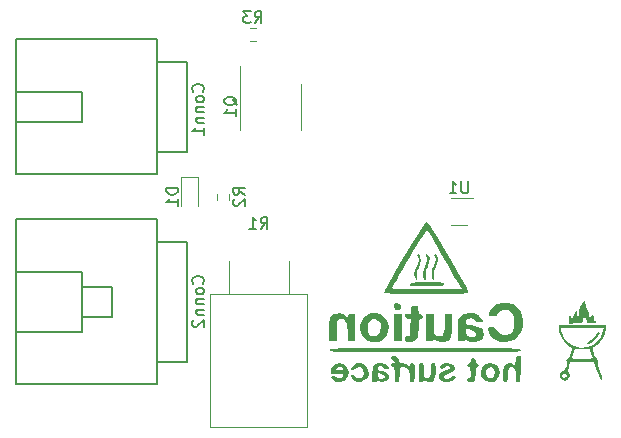
<source format=gbr>
%TF.GenerationSoftware,KiCad,Pcbnew,7.0.7*%
%TF.CreationDate,2023-11-06T00:52:22-06:00*%
%TF.ProjectId,ScienceHeaterElement_2023,53636965-6e63-4654-9865-61746572456c,rev?*%
%TF.SameCoordinates,Original*%
%TF.FileFunction,Legend,Bot*%
%TF.FilePolarity,Positive*%
%FSLAX46Y46*%
G04 Gerber Fmt 4.6, Leading zero omitted, Abs format (unit mm)*
G04 Created by KiCad (PCBNEW 7.0.7) date 2023-11-06 00:52:22*
%MOMM*%
%LPD*%
G01*
G04 APERTURE LIST*
%ADD10C,0.150000*%
%ADD11C,0.120000*%
G04 APERTURE END LIST*
D10*
X95458384Y-48254819D02*
X95458384Y-49064342D01*
X95458384Y-49064342D02*
X95410765Y-49159580D01*
X95410765Y-49159580D02*
X95363146Y-49207200D01*
X95363146Y-49207200D02*
X95267908Y-49254819D01*
X95267908Y-49254819D02*
X95077432Y-49254819D01*
X95077432Y-49254819D02*
X94982194Y-49207200D01*
X94982194Y-49207200D02*
X94934575Y-49159580D01*
X94934575Y-49159580D02*
X94886956Y-49064342D01*
X94886956Y-49064342D02*
X94886956Y-48254819D01*
X93886956Y-49254819D02*
X94458384Y-49254819D01*
X94172670Y-49254819D02*
X94172670Y-48254819D01*
X94172670Y-48254819D02*
X94267908Y-48397676D01*
X94267908Y-48397676D02*
X94363146Y-48492914D01*
X94363146Y-48492914D02*
X94458384Y-48540533D01*
X73003580Y-40640190D02*
X73051200Y-40592571D01*
X73051200Y-40592571D02*
X73098819Y-40449714D01*
X73098819Y-40449714D02*
X73098819Y-40354476D01*
X73098819Y-40354476D02*
X73051200Y-40211619D01*
X73051200Y-40211619D02*
X72955961Y-40116381D01*
X72955961Y-40116381D02*
X72860723Y-40068762D01*
X72860723Y-40068762D02*
X72670247Y-40021143D01*
X72670247Y-40021143D02*
X72527390Y-40021143D01*
X72527390Y-40021143D02*
X72336914Y-40068762D01*
X72336914Y-40068762D02*
X72241676Y-40116381D01*
X72241676Y-40116381D02*
X72146438Y-40211619D01*
X72146438Y-40211619D02*
X72098819Y-40354476D01*
X72098819Y-40354476D02*
X72098819Y-40449714D01*
X72098819Y-40449714D02*
X72146438Y-40592571D01*
X72146438Y-40592571D02*
X72194057Y-40640190D01*
X73098819Y-41211619D02*
X73051200Y-41116381D01*
X73051200Y-41116381D02*
X73003580Y-41068762D01*
X73003580Y-41068762D02*
X72908342Y-41021143D01*
X72908342Y-41021143D02*
X72622628Y-41021143D01*
X72622628Y-41021143D02*
X72527390Y-41068762D01*
X72527390Y-41068762D02*
X72479771Y-41116381D01*
X72479771Y-41116381D02*
X72432152Y-41211619D01*
X72432152Y-41211619D02*
X72432152Y-41354476D01*
X72432152Y-41354476D02*
X72479771Y-41449714D01*
X72479771Y-41449714D02*
X72527390Y-41497333D01*
X72527390Y-41497333D02*
X72622628Y-41544952D01*
X72622628Y-41544952D02*
X72908342Y-41544952D01*
X72908342Y-41544952D02*
X73003580Y-41497333D01*
X73003580Y-41497333D02*
X73051200Y-41449714D01*
X73051200Y-41449714D02*
X73098819Y-41354476D01*
X73098819Y-41354476D02*
X73098819Y-41211619D01*
X72432152Y-41973524D02*
X73098819Y-41973524D01*
X72527390Y-41973524D02*
X72479771Y-42021143D01*
X72479771Y-42021143D02*
X72432152Y-42116381D01*
X72432152Y-42116381D02*
X72432152Y-42259238D01*
X72432152Y-42259238D02*
X72479771Y-42354476D01*
X72479771Y-42354476D02*
X72575009Y-42402095D01*
X72575009Y-42402095D02*
X73098819Y-42402095D01*
X72432152Y-42878286D02*
X73098819Y-42878286D01*
X72527390Y-42878286D02*
X72479771Y-42925905D01*
X72479771Y-42925905D02*
X72432152Y-43021143D01*
X72432152Y-43021143D02*
X72432152Y-43164000D01*
X72432152Y-43164000D02*
X72479771Y-43259238D01*
X72479771Y-43259238D02*
X72575009Y-43306857D01*
X72575009Y-43306857D02*
X73098819Y-43306857D01*
X73098819Y-44306857D02*
X73098819Y-43735429D01*
X73098819Y-44021143D02*
X72098819Y-44021143D01*
X72098819Y-44021143D02*
X72241676Y-43925905D01*
X72241676Y-43925905D02*
X72336914Y-43830667D01*
X72336914Y-43830667D02*
X72384533Y-43735429D01*
X75890057Y-41814761D02*
X75842438Y-41719523D01*
X75842438Y-41719523D02*
X75747200Y-41624285D01*
X75747200Y-41624285D02*
X75604342Y-41481428D01*
X75604342Y-41481428D02*
X75556723Y-41386190D01*
X75556723Y-41386190D02*
X75556723Y-41290952D01*
X75794819Y-41338571D02*
X75747200Y-41243333D01*
X75747200Y-41243333D02*
X75651961Y-41148095D01*
X75651961Y-41148095D02*
X75461485Y-41100476D01*
X75461485Y-41100476D02*
X75128152Y-41100476D01*
X75128152Y-41100476D02*
X74937676Y-41148095D01*
X74937676Y-41148095D02*
X74842438Y-41243333D01*
X74842438Y-41243333D02*
X74794819Y-41338571D01*
X74794819Y-41338571D02*
X74794819Y-41529047D01*
X74794819Y-41529047D02*
X74842438Y-41624285D01*
X74842438Y-41624285D02*
X74937676Y-41719523D01*
X74937676Y-41719523D02*
X75128152Y-41767142D01*
X75128152Y-41767142D02*
X75461485Y-41767142D01*
X75461485Y-41767142D02*
X75651961Y-41719523D01*
X75651961Y-41719523D02*
X75747200Y-41624285D01*
X75747200Y-41624285D02*
X75794819Y-41529047D01*
X75794819Y-41529047D02*
X75794819Y-41338571D01*
X75794819Y-42719523D02*
X75794819Y-42148095D01*
X75794819Y-42433809D02*
X74794819Y-42433809D01*
X74794819Y-42433809D02*
X74937676Y-42338571D01*
X74937676Y-42338571D02*
X75032914Y-42243333D01*
X75032914Y-42243333D02*
X75080533Y-42148095D01*
X77890666Y-52270819D02*
X78223999Y-51794628D01*
X78462094Y-52270819D02*
X78462094Y-51270819D01*
X78462094Y-51270819D02*
X78081142Y-51270819D01*
X78081142Y-51270819D02*
X77985904Y-51318438D01*
X77985904Y-51318438D02*
X77938285Y-51366057D01*
X77938285Y-51366057D02*
X77890666Y-51461295D01*
X77890666Y-51461295D02*
X77890666Y-51604152D01*
X77890666Y-51604152D02*
X77938285Y-51699390D01*
X77938285Y-51699390D02*
X77985904Y-51747009D01*
X77985904Y-51747009D02*
X78081142Y-51794628D01*
X78081142Y-51794628D02*
X78462094Y-51794628D01*
X76938285Y-52270819D02*
X77509713Y-52270819D01*
X77223999Y-52270819D02*
X77223999Y-51270819D01*
X77223999Y-51270819D02*
X77319237Y-51413676D01*
X77319237Y-51413676D02*
X77414475Y-51508914D01*
X77414475Y-51508914D02*
X77509713Y-51556533D01*
X76560819Y-49363333D02*
X76084628Y-49030000D01*
X76560819Y-48791905D02*
X75560819Y-48791905D01*
X75560819Y-48791905D02*
X75560819Y-49172857D01*
X75560819Y-49172857D02*
X75608438Y-49268095D01*
X75608438Y-49268095D02*
X75656057Y-49315714D01*
X75656057Y-49315714D02*
X75751295Y-49363333D01*
X75751295Y-49363333D02*
X75894152Y-49363333D01*
X75894152Y-49363333D02*
X75989390Y-49315714D01*
X75989390Y-49315714D02*
X76037009Y-49268095D01*
X76037009Y-49268095D02*
X76084628Y-49172857D01*
X76084628Y-49172857D02*
X76084628Y-48791905D01*
X75656057Y-49744286D02*
X75608438Y-49791905D01*
X75608438Y-49791905D02*
X75560819Y-49887143D01*
X75560819Y-49887143D02*
X75560819Y-50125238D01*
X75560819Y-50125238D02*
X75608438Y-50220476D01*
X75608438Y-50220476D02*
X75656057Y-50268095D01*
X75656057Y-50268095D02*
X75751295Y-50315714D01*
X75751295Y-50315714D02*
X75846533Y-50315714D01*
X75846533Y-50315714D02*
X75989390Y-50268095D01*
X75989390Y-50268095D02*
X76560819Y-49696667D01*
X76560819Y-49696667D02*
X76560819Y-50315714D01*
X70906819Y-48791905D02*
X69906819Y-48791905D01*
X69906819Y-48791905D02*
X69906819Y-49030000D01*
X69906819Y-49030000D02*
X69954438Y-49172857D01*
X69954438Y-49172857D02*
X70049676Y-49268095D01*
X70049676Y-49268095D02*
X70144914Y-49315714D01*
X70144914Y-49315714D02*
X70335390Y-49363333D01*
X70335390Y-49363333D02*
X70478247Y-49363333D01*
X70478247Y-49363333D02*
X70668723Y-49315714D01*
X70668723Y-49315714D02*
X70763961Y-49268095D01*
X70763961Y-49268095D02*
X70859200Y-49172857D01*
X70859200Y-49172857D02*
X70906819Y-49030000D01*
X70906819Y-49030000D02*
X70906819Y-48791905D01*
X70906819Y-50315714D02*
X70906819Y-49744286D01*
X70906819Y-50030000D02*
X69906819Y-50030000D01*
X69906819Y-50030000D02*
X70049676Y-49934762D01*
X70049676Y-49934762D02*
X70144914Y-49839524D01*
X70144914Y-49839524D02*
X70192533Y-49744286D01*
X77382666Y-34838819D02*
X77715999Y-34362628D01*
X77954094Y-34838819D02*
X77954094Y-33838819D01*
X77954094Y-33838819D02*
X77573142Y-33838819D01*
X77573142Y-33838819D02*
X77477904Y-33886438D01*
X77477904Y-33886438D02*
X77430285Y-33934057D01*
X77430285Y-33934057D02*
X77382666Y-34029295D01*
X77382666Y-34029295D02*
X77382666Y-34172152D01*
X77382666Y-34172152D02*
X77430285Y-34267390D01*
X77430285Y-34267390D02*
X77477904Y-34315009D01*
X77477904Y-34315009D02*
X77573142Y-34362628D01*
X77573142Y-34362628D02*
X77954094Y-34362628D01*
X77049332Y-33838819D02*
X76430285Y-33838819D01*
X76430285Y-33838819D02*
X76763618Y-34219771D01*
X76763618Y-34219771D02*
X76620761Y-34219771D01*
X76620761Y-34219771D02*
X76525523Y-34267390D01*
X76525523Y-34267390D02*
X76477904Y-34315009D01*
X76477904Y-34315009D02*
X76430285Y-34410247D01*
X76430285Y-34410247D02*
X76430285Y-34648342D01*
X76430285Y-34648342D02*
X76477904Y-34743580D01*
X76477904Y-34743580D02*
X76525523Y-34791200D01*
X76525523Y-34791200D02*
X76620761Y-34838819D01*
X76620761Y-34838819D02*
X76906475Y-34838819D01*
X76906475Y-34838819D02*
X77001713Y-34791200D01*
X77001713Y-34791200D02*
X77049332Y-34743580D01*
X73003580Y-56896190D02*
X73051200Y-56848571D01*
X73051200Y-56848571D02*
X73098819Y-56705714D01*
X73098819Y-56705714D02*
X73098819Y-56610476D01*
X73098819Y-56610476D02*
X73051200Y-56467619D01*
X73051200Y-56467619D02*
X72955961Y-56372381D01*
X72955961Y-56372381D02*
X72860723Y-56324762D01*
X72860723Y-56324762D02*
X72670247Y-56277143D01*
X72670247Y-56277143D02*
X72527390Y-56277143D01*
X72527390Y-56277143D02*
X72336914Y-56324762D01*
X72336914Y-56324762D02*
X72241676Y-56372381D01*
X72241676Y-56372381D02*
X72146438Y-56467619D01*
X72146438Y-56467619D02*
X72098819Y-56610476D01*
X72098819Y-56610476D02*
X72098819Y-56705714D01*
X72098819Y-56705714D02*
X72146438Y-56848571D01*
X72146438Y-56848571D02*
X72194057Y-56896190D01*
X73098819Y-57467619D02*
X73051200Y-57372381D01*
X73051200Y-57372381D02*
X73003580Y-57324762D01*
X73003580Y-57324762D02*
X72908342Y-57277143D01*
X72908342Y-57277143D02*
X72622628Y-57277143D01*
X72622628Y-57277143D02*
X72527390Y-57324762D01*
X72527390Y-57324762D02*
X72479771Y-57372381D01*
X72479771Y-57372381D02*
X72432152Y-57467619D01*
X72432152Y-57467619D02*
X72432152Y-57610476D01*
X72432152Y-57610476D02*
X72479771Y-57705714D01*
X72479771Y-57705714D02*
X72527390Y-57753333D01*
X72527390Y-57753333D02*
X72622628Y-57800952D01*
X72622628Y-57800952D02*
X72908342Y-57800952D01*
X72908342Y-57800952D02*
X73003580Y-57753333D01*
X73003580Y-57753333D02*
X73051200Y-57705714D01*
X73051200Y-57705714D02*
X73098819Y-57610476D01*
X73098819Y-57610476D02*
X73098819Y-57467619D01*
X72432152Y-58229524D02*
X73098819Y-58229524D01*
X72527390Y-58229524D02*
X72479771Y-58277143D01*
X72479771Y-58277143D02*
X72432152Y-58372381D01*
X72432152Y-58372381D02*
X72432152Y-58515238D01*
X72432152Y-58515238D02*
X72479771Y-58610476D01*
X72479771Y-58610476D02*
X72575009Y-58658095D01*
X72575009Y-58658095D02*
X73098819Y-58658095D01*
X72432152Y-59134286D02*
X73098819Y-59134286D01*
X72527390Y-59134286D02*
X72479771Y-59181905D01*
X72479771Y-59181905D02*
X72432152Y-59277143D01*
X72432152Y-59277143D02*
X72432152Y-59420000D01*
X72432152Y-59420000D02*
X72479771Y-59515238D01*
X72479771Y-59515238D02*
X72575009Y-59562857D01*
X72575009Y-59562857D02*
X73098819Y-59562857D01*
X72194057Y-59991429D02*
X72146438Y-60039048D01*
X72146438Y-60039048D02*
X72098819Y-60134286D01*
X72098819Y-60134286D02*
X72098819Y-60372381D01*
X72098819Y-60372381D02*
X72146438Y-60467619D01*
X72146438Y-60467619D02*
X72194057Y-60515238D01*
X72194057Y-60515238D02*
X72289295Y-60562857D01*
X72289295Y-60562857D02*
X72384533Y-60562857D01*
X72384533Y-60562857D02*
X72527390Y-60515238D01*
X72527390Y-60515238D02*
X73098819Y-59943810D01*
X73098819Y-59943810D02*
X73098819Y-60562857D01*
D11*
%TO.C,U1*%
X95396480Y-51960000D02*
X93996480Y-51960000D01*
X93996480Y-49640000D02*
X95896480Y-49640000D01*
D10*
%TO.C,Conn1*%
X69088000Y-36195000D02*
X57150000Y-36195000D01*
X71628000Y-38100000D02*
X69088000Y-38100000D01*
X69088000Y-38100000D02*
X69088000Y-36195000D01*
X61468000Y-40640000D02*
X62738000Y-40640000D01*
X61468000Y-40640000D02*
X57658000Y-40640000D01*
X57150000Y-40640000D02*
X57658000Y-40640000D01*
X62738000Y-43180000D02*
X62738000Y-40640000D01*
X57150000Y-43180000D02*
X62738000Y-43180000D01*
X71628000Y-45720000D02*
X71628000Y-38100000D01*
X69088000Y-45720000D02*
X71628000Y-45720000D01*
X69088000Y-47625000D02*
X69088000Y-38100000D01*
X69088000Y-47625000D02*
X57150000Y-47625000D01*
X57150000Y-47625000D02*
X57150000Y-36195000D01*
D11*
%TO.C,Q1*%
X81300000Y-41910000D02*
X81300000Y-39960000D01*
X81300000Y-41910000D02*
X81300000Y-43860000D01*
X76180000Y-41910000D02*
X76180000Y-38460000D01*
X76180000Y-41910000D02*
X76180000Y-43860000D01*
%TO.C,G\u002A\u002A\u002A*%
G36*
X106612147Y-61087961D02*
G01*
X106568860Y-61191163D01*
X106431269Y-61379139D01*
X106232108Y-61597660D01*
X106039683Y-61771013D01*
X105828048Y-61920282D01*
X105679934Y-61977699D01*
X105614690Y-61974599D01*
X105517310Y-61928360D01*
X105574748Y-61833232D01*
X105783886Y-61697619D01*
X105821597Y-61675705D01*
X106059001Y-61486218D01*
X106262060Y-61253552D01*
X106317973Y-61175047D01*
X106475246Y-61000657D01*
X106576383Y-60970172D01*
X106612147Y-61087961D01*
G37*
G36*
X105364506Y-58383024D02*
G01*
X105388881Y-58569256D01*
X105400339Y-58661384D01*
X105472297Y-58923277D01*
X105586470Y-59203859D01*
X105650268Y-59348751D01*
X105718235Y-59561058D01*
X105721612Y-59681727D01*
X105707790Y-59716803D01*
X105760301Y-59769003D01*
X105812657Y-59751441D01*
X105904561Y-59634456D01*
X105955529Y-59563673D01*
X106023396Y-59601033D01*
X106078360Y-59750771D01*
X106102448Y-59981378D01*
X106105331Y-60070327D01*
X106129636Y-60162347D01*
X106187398Y-60108803D01*
X106198040Y-60092530D01*
X106257017Y-60031669D01*
X106271047Y-60130040D01*
X106246235Y-60216369D01*
X106132626Y-60265699D01*
X105890073Y-60278702D01*
X105775866Y-60275061D01*
X105583737Y-60246650D01*
X105507799Y-60199283D01*
X105481658Y-60077013D01*
X105414782Y-59880721D01*
X105321764Y-59641579D01*
X105223645Y-59938903D01*
X105193974Y-60026447D01*
X105133515Y-60148476D01*
X105035834Y-60214162D01*
X104856758Y-60244715D01*
X104552114Y-60261346D01*
X103978702Y-60286465D01*
X103980003Y-60006497D01*
X103980993Y-59952014D01*
X104009168Y-59713860D01*
X104064429Y-59594536D01*
X104131151Y-59610680D01*
X104193711Y-59778931D01*
X104257287Y-60066328D01*
X104374197Y-59666994D01*
X104389872Y-59615265D01*
X104483204Y-59369650D01*
X104569766Y-59227995D01*
X104633489Y-59209231D01*
X104658301Y-59332293D01*
X104678535Y-59517949D01*
X104738873Y-59695231D01*
X104816052Y-59768752D01*
X104837154Y-59733855D01*
X104861281Y-59571965D01*
X104870675Y-59322766D01*
X104873614Y-59195744D01*
X104928107Y-58869249D01*
X105067597Y-58600943D01*
X105180134Y-58452282D01*
X105299766Y-58343555D01*
X105364506Y-58383024D01*
G37*
G36*
X107121372Y-60639739D02*
G01*
X107112174Y-60765969D01*
X107016566Y-61126124D01*
X106839956Y-61502721D01*
X106610751Y-61849963D01*
X106357355Y-62122056D01*
X106108174Y-62273206D01*
X106032657Y-62303851D01*
X105992758Y-62367687D01*
X106011578Y-62502036D01*
X106087135Y-62752058D01*
X106146419Y-62910535D01*
X106266608Y-63139126D01*
X106344584Y-63224605D01*
X106381192Y-63264735D01*
X106481743Y-63349853D01*
X106446012Y-63459785D01*
X106424870Y-63499578D01*
X106421783Y-63645407D01*
X106482072Y-63893058D01*
X106610962Y-64268130D01*
X106659320Y-64403431D01*
X106756023Y-64707383D01*
X106812076Y-64936333D01*
X106816550Y-65048791D01*
X106814994Y-65051285D01*
X106767171Y-65095985D01*
X106712645Y-65062831D01*
X106639790Y-64930946D01*
X106536981Y-64679456D01*
X106392595Y-64287486D01*
X106126602Y-63549271D01*
X105124913Y-63549271D01*
X104123224Y-63549271D01*
X104008071Y-63881884D01*
X103966435Y-64015178D01*
X103937605Y-64255358D01*
X103995831Y-64499101D01*
X104050184Y-64681618D01*
X104047761Y-64701107D01*
X104032502Y-64823843D01*
X103913133Y-64969318D01*
X103845005Y-65032735D01*
X103688283Y-65109453D01*
X103492075Y-65072129D01*
X103385827Y-65026378D01*
X103281928Y-64910921D01*
X103265638Y-64772892D01*
X103421490Y-64772892D01*
X103456380Y-64814851D01*
X103600813Y-64869520D01*
X103743966Y-64826847D01*
X103808803Y-64701107D01*
X103769738Y-64538155D01*
X103650712Y-64469586D01*
X103493275Y-64550465D01*
X103427427Y-64646431D01*
X103421490Y-64772892D01*
X103265638Y-64772892D01*
X103256629Y-64696557D01*
X103258600Y-64623925D01*
X103312528Y-64423059D01*
X103466380Y-64299215D01*
X103520114Y-64265902D01*
X103678961Y-64089515D01*
X103795311Y-63855501D01*
X103844844Y-63624617D01*
X103803242Y-63457621D01*
X103766250Y-63360672D01*
X103869858Y-63264735D01*
X103914628Y-63224605D01*
X104233552Y-63224605D01*
X104280648Y-63233352D01*
X104466024Y-63242965D01*
X104759349Y-63249522D01*
X105125525Y-63251947D01*
X105410904Y-63250503D01*
X105724503Y-63244821D01*
X105938400Y-63235829D01*
X106017498Y-63224605D01*
X106011041Y-63197104D01*
X105965028Y-63048584D01*
X105889324Y-62821093D01*
X105761150Y-62444923D01*
X105125525Y-62444923D01*
X104489899Y-62444923D01*
X104361726Y-62821093D01*
X104321642Y-62940110D01*
X104258463Y-63135344D01*
X104233552Y-63224605D01*
X103914628Y-63224605D01*
X103934923Y-63206414D01*
X104057109Y-63012434D01*
X104163915Y-62752058D01*
X104228828Y-62541367D01*
X104259162Y-62387484D01*
X104231173Y-62313151D01*
X104142876Y-62273206D01*
X104047918Y-62231517D01*
X103793712Y-62027705D01*
X103546379Y-61720826D01*
X103334326Y-61356676D01*
X103185957Y-60981048D01*
X103129678Y-60639739D01*
X103129625Y-60618502D01*
X103285604Y-60618502D01*
X103343993Y-60894589D01*
X103384627Y-61048759D01*
X103615440Y-61519488D01*
X103972171Y-61911220D01*
X104423120Y-62186019D01*
X104526572Y-62225480D01*
X105037429Y-62320848D01*
X105542313Y-62268717D01*
X106011472Y-62084556D01*
X106415151Y-61783835D01*
X106723597Y-61382023D01*
X106907057Y-60894589D01*
X106965446Y-60618502D01*
X105125525Y-60618502D01*
X103285604Y-60618502D01*
X103129625Y-60618502D01*
X103129204Y-60448602D01*
X105125525Y-60448602D01*
X107121846Y-60448602D01*
X107121425Y-60618502D01*
X107121372Y-60639739D01*
G37*
%TO.C,R1*%
X73604000Y-57790000D02*
X81844000Y-57790000D01*
X73604000Y-69030000D02*
X73604000Y-57790000D01*
X73604000Y-69030000D02*
X81844000Y-69030000D01*
X75184000Y-57790000D02*
X75184000Y-54960000D01*
X80264000Y-57790000D02*
X80264000Y-54976000D01*
X81844000Y-69030000D02*
X81844000Y-57790000D01*
%TO.C,R2*%
X74153500Y-49784724D02*
X74153500Y-49275276D01*
X75198500Y-49784724D02*
X75198500Y-49275276D01*
%TO.C,G\u002A\u002A\u002A*%
G36*
X89831333Y-60631667D02*
G01*
X89831333Y-61774667D01*
X89492667Y-61774667D01*
X89154000Y-61774667D01*
X89154000Y-60631667D01*
X89154000Y-59488667D01*
X89492667Y-59488667D01*
X89831333Y-59488667D01*
X89831333Y-60631667D01*
G37*
G36*
X89465729Y-58573045D02*
G01*
X89660918Y-58601100D01*
X89773523Y-58673601D01*
X89815100Y-58825342D01*
X89802019Y-59002120D01*
X89688100Y-59082684D01*
X89621778Y-59095403D01*
X89367703Y-59107290D01*
X89226868Y-59020693D01*
X89169396Y-58820512D01*
X89162567Y-58746135D01*
X89170792Y-58608991D01*
X89256701Y-58563943D01*
X89465729Y-58573045D01*
G37*
G36*
X91343096Y-54477821D02*
G01*
X91412620Y-54685990D01*
X91440000Y-54948594D01*
X91438275Y-54992546D01*
X91378442Y-55276029D01*
X91259752Y-55551153D01*
X91196148Y-55668743D01*
X91118948Y-55925812D01*
X91131132Y-56233326D01*
X91136446Y-56275197D01*
X91142304Y-56511934D01*
X91100241Y-56602794D01*
X91028013Y-56539984D01*
X90943370Y-56315716D01*
X90898413Y-56048047D01*
X90944778Y-55733725D01*
X91115860Y-55382334D01*
X91185735Y-55249630D01*
X91265898Y-54899282D01*
X91185771Y-54577572D01*
X91148139Y-54478741D01*
X91181523Y-54369100D01*
X91250353Y-54366517D01*
X91343096Y-54477821D01*
G37*
G36*
X92699169Y-54375518D02*
G01*
X92793925Y-54499139D01*
X92866996Y-54706204D01*
X92896267Y-54950065D01*
X92893150Y-55003838D01*
X92829338Y-55267635D01*
X92709107Y-55534167D01*
X92625503Y-55691952D01*
X92560498Y-55934912D01*
X92578828Y-56230690D01*
X92591620Y-56332338D01*
X92594576Y-56534169D01*
X92554913Y-56610000D01*
X92526099Y-56606055D01*
X92427401Y-56502062D01*
X92378991Y-56288856D01*
X92381387Y-56009507D01*
X92435106Y-55707087D01*
X92540667Y-55424667D01*
X92655015Y-55158614D01*
X92703674Y-54848246D01*
X92625105Y-54577572D01*
X92587472Y-54478741D01*
X92620857Y-54369100D01*
X92699169Y-54375518D01*
G37*
G36*
X92087924Y-54454356D02*
G01*
X92092954Y-54461373D01*
X92191049Y-54738601D01*
X92167005Y-55086790D01*
X92023507Y-55463870D01*
X91981666Y-55546615D01*
X91885637Y-55852830D01*
X91884368Y-56206459D01*
X91890087Y-56278829D01*
X91880523Y-56512536D01*
X91826439Y-56587719D01*
X91746431Y-56500899D01*
X91659089Y-56248599D01*
X91636898Y-56143451D01*
X91632142Y-55951537D01*
X91688248Y-55729935D01*
X91816391Y-55419752D01*
X91896779Y-55234523D01*
X91980289Y-54996416D01*
X91996955Y-54830729D01*
X91956060Y-54688878D01*
X91908159Y-54543035D01*
X91912061Y-54402891D01*
X91978398Y-54361922D01*
X92087924Y-54454356D01*
G37*
G36*
X92385637Y-56779756D02*
G01*
X92792032Y-56783187D01*
X93070545Y-56792590D01*
X93245256Y-56810902D01*
X93340239Y-56841060D01*
X93379573Y-56886003D01*
X93387333Y-56948667D01*
X93384018Y-56995086D01*
X93356313Y-57044950D01*
X93279879Y-57079124D01*
X93130596Y-57100563D01*
X92884343Y-57112219D01*
X92516999Y-57117047D01*
X92004445Y-57118000D01*
X91683062Y-57116623D01*
X91254049Y-57110034D01*
X90906072Y-57098939D01*
X90668560Y-57084378D01*
X90570945Y-57067389D01*
X90553544Y-57033671D01*
X90565892Y-56898056D01*
X90579054Y-56877268D01*
X90655937Y-56837177D01*
X90814521Y-56809151D01*
X91076698Y-56791377D01*
X91464358Y-56782042D01*
X91999392Y-56779334D01*
X92385637Y-56779756D01*
G37*
G36*
X98083644Y-64692088D02*
G01*
X97881180Y-64998513D01*
X97853967Y-65025115D01*
X97606736Y-65196642D01*
X97324333Y-65246000D01*
X96993227Y-65172127D01*
X96733762Y-64975224D01*
X96569771Y-64694051D01*
X96537522Y-64464753D01*
X96956429Y-64464753D01*
X97025759Y-64733813D01*
X97077926Y-64804399D01*
X97261093Y-64897984D01*
X97465066Y-64878103D01*
X97617688Y-64743566D01*
X97646831Y-64682236D01*
X97699366Y-64423255D01*
X97654587Y-64190639D01*
X97534749Y-64020078D01*
X97362110Y-63947265D01*
X97158927Y-64007891D01*
X97005422Y-64199523D01*
X96956429Y-64464753D01*
X96537522Y-64464753D01*
X96523825Y-64367367D01*
X96618497Y-64033934D01*
X96725698Y-63870320D01*
X96961896Y-63695288D01*
X97296242Y-63640026D01*
X97387135Y-63640436D01*
X97675821Y-63674744D01*
X97864423Y-63780274D01*
X98004798Y-63982056D01*
X98122695Y-64345860D01*
X98113966Y-64423255D01*
X98083644Y-64692088D01*
G37*
G36*
X84860011Y-59493690D02*
G01*
X85096572Y-59621614D01*
X85178782Y-59692866D01*
X85246094Y-59719122D01*
X85259333Y-59628789D01*
X85262965Y-59593462D01*
X85343781Y-59512267D01*
X85555667Y-59488667D01*
X85852000Y-59488667D01*
X85852000Y-60631667D01*
X85852000Y-61774667D01*
X85563840Y-61774667D01*
X85275679Y-61774667D01*
X85246340Y-60963420D01*
X85218473Y-60523972D01*
X85162503Y-60218322D01*
X85065557Y-60031293D01*
X84914400Y-59937611D01*
X84695797Y-59912000D01*
X84585812Y-59927818D01*
X84462145Y-60021448D01*
X84382787Y-60218149D01*
X84340489Y-60539505D01*
X84328000Y-61007101D01*
X84328000Y-61774667D01*
X83989333Y-61774667D01*
X83650667Y-61774667D01*
X83650667Y-60967614D01*
X83650943Y-60896006D01*
X83678987Y-60343043D01*
X83756446Y-59934916D01*
X83888177Y-59654824D01*
X84079038Y-59485971D01*
X84241644Y-59434510D01*
X84547844Y-59427697D01*
X84860011Y-59493690D01*
G37*
G36*
X92540667Y-60265167D02*
G01*
X92551292Y-60665910D01*
X92597185Y-61000579D01*
X92689692Y-61210908D01*
X92839878Y-61320093D01*
X93058810Y-61351334D01*
X93224379Y-61325544D01*
X93346226Y-61227060D01*
X93422106Y-61031930D01*
X93461028Y-60716279D01*
X93472000Y-60256233D01*
X93472000Y-59488667D01*
X93768333Y-59488667D01*
X94064667Y-59488667D01*
X94064667Y-60466182D01*
X94064216Y-60707163D01*
X94058453Y-61056046D01*
X94041037Y-61289542D01*
X94005767Y-61443033D01*
X93946438Y-61551898D01*
X93856849Y-61651515D01*
X93740495Y-61740841D01*
X93446546Y-61842764D01*
X93119882Y-61845987D01*
X92819766Y-61754300D01*
X92605463Y-61571492D01*
X92566359Y-61539771D01*
X92541963Y-61626500D01*
X92527212Y-61696078D01*
X92428300Y-61757900D01*
X92202000Y-61774667D01*
X91863333Y-61774667D01*
X91863333Y-60631667D01*
X91863333Y-59488667D01*
X92202000Y-59488667D01*
X92540667Y-59488667D01*
X92540667Y-60265167D01*
G37*
G36*
X86426327Y-63649442D02*
G01*
X86731211Y-63754137D01*
X86921768Y-63977970D01*
X87013947Y-64335132D01*
X87022091Y-64412701D01*
X87024551Y-64642746D01*
X86959424Y-64807690D01*
X86800402Y-64987958D01*
X86675013Y-65095896D01*
X86359494Y-65238231D01*
X86038699Y-65219449D01*
X85737363Y-65038376D01*
X85604911Y-64897817D01*
X85517341Y-64733745D01*
X85559603Y-64639391D01*
X85731955Y-64633941D01*
X85885562Y-64689506D01*
X85995014Y-64791533D01*
X86048577Y-64859772D01*
X86208949Y-64904610D01*
X86392645Y-64863669D01*
X86526355Y-64743566D01*
X86599517Y-64525901D01*
X86593498Y-64244082D01*
X86480953Y-64024381D01*
X86362378Y-63926854D01*
X86214412Y-63910169D01*
X86040696Y-64039500D01*
X85908616Y-64134505D01*
X85728267Y-64205428D01*
X85576880Y-64219179D01*
X85513333Y-64162074D01*
X85513649Y-64156953D01*
X85568427Y-64034999D01*
X85688812Y-63860418D01*
X85785586Y-63755022D01*
X85962645Y-63661608D01*
X86229766Y-63637334D01*
X86426327Y-63649442D01*
G37*
G36*
X88728807Y-60650114D02*
G01*
X88692734Y-60911117D01*
X88558640Y-61257121D01*
X88356579Y-61551979D01*
X88119679Y-61736602D01*
X87797718Y-61829337D01*
X87386321Y-61838196D01*
X86998319Y-61745679D01*
X86694904Y-61559395D01*
X86446809Y-61230967D01*
X86315360Y-60835480D01*
X86314976Y-60631667D01*
X86952667Y-60631667D01*
X86954074Y-60683726D01*
X86998048Y-60955142D01*
X87084468Y-61163161D01*
X87233217Y-61296918D01*
X87503000Y-61351334D01*
X87631562Y-61340090D01*
X87868018Y-61220727D01*
X88007539Y-60967304D01*
X88053333Y-60575296D01*
X88043561Y-60361024D01*
X87988188Y-60170603D01*
X87865161Y-60043801D01*
X87665845Y-59939063D01*
X87390236Y-59913279D01*
X87163323Y-60030542D01*
X87009376Y-60275217D01*
X86952667Y-60631667D01*
X86314976Y-60631667D01*
X86314592Y-60427597D01*
X86438570Y-60043241D01*
X86681358Y-59718333D01*
X87037022Y-59488796D01*
X87259150Y-59428977D01*
X87634813Y-59422566D01*
X87999405Y-59506165D01*
X88281184Y-59669361D01*
X88476545Y-59900624D01*
X88661227Y-60273285D01*
X88715389Y-60575296D01*
X88728807Y-60650114D01*
G37*
G36*
X95924007Y-63214894D02*
G01*
X96061697Y-63264545D01*
X96096667Y-63425667D01*
X96121524Y-63563733D01*
X96223667Y-63637334D01*
X96297727Y-63668763D01*
X96350667Y-63806667D01*
X96327095Y-63905414D01*
X96223667Y-63976000D01*
X96196060Y-63979652D01*
X96135938Y-64044499D01*
X96105259Y-64214781D01*
X96096667Y-64522126D01*
X96096068Y-64617793D01*
X96079613Y-64901055D01*
X96033575Y-65066525D01*
X95948500Y-65154552D01*
X95836156Y-65200024D01*
X95651350Y-65237851D01*
X95489028Y-65243850D01*
X95419333Y-65210592D01*
X95412770Y-65176226D01*
X95367942Y-65041258D01*
X95365932Y-64942667D01*
X95494942Y-64907334D01*
X95560671Y-64902416D01*
X95633952Y-64852931D01*
X95666161Y-64716297D01*
X95673333Y-64451542D01*
X95672589Y-64352667D01*
X95655421Y-64122840D01*
X95604123Y-64003859D01*
X95503651Y-63951377D01*
X95450776Y-63928896D01*
X95381674Y-63817567D01*
X95420718Y-63695054D01*
X95555392Y-63637334D01*
X95632355Y-63591174D01*
X95673333Y-63425667D01*
X95674227Y-63386660D01*
X95723878Y-63248970D01*
X95885000Y-63214000D01*
X95924007Y-63214894D01*
G37*
G36*
X85344681Y-64364659D02*
G01*
X85302792Y-64692618D01*
X85096513Y-64998513D01*
X84940749Y-65126423D01*
X84623164Y-65248324D01*
X84302130Y-65210702D01*
X84006652Y-65013167D01*
X83777667Y-64780334D01*
X83977932Y-64751999D01*
X84120368Y-64754078D01*
X84270032Y-64815499D01*
X84429801Y-64894506D01*
X84653840Y-64888077D01*
X84832922Y-64784042D01*
X84897498Y-64676692D01*
X84861436Y-64574173D01*
X84672460Y-64527447D01*
X84326401Y-64534461D01*
X83820000Y-64573927D01*
X83820000Y-64322018D01*
X83846471Y-64148312D01*
X84243333Y-64148312D01*
X84251494Y-64166190D01*
X84368243Y-64211747D01*
X84579343Y-64230000D01*
X84725487Y-64225167D01*
X84858377Y-64189655D01*
X84869130Y-64109546D01*
X84837982Y-64054495D01*
X84696320Y-63940517D01*
X84652094Y-63929946D01*
X84477117Y-63953532D01*
X84314807Y-64038273D01*
X84243333Y-64148312D01*
X83846471Y-64148312D01*
X83854750Y-64093988D01*
X84008282Y-63836027D01*
X84249160Y-63672896D01*
X84538625Y-63617768D01*
X84837922Y-63683813D01*
X85108293Y-63884203D01*
X85221975Y-64034012D01*
X85250006Y-64109546D01*
X85344681Y-64364659D01*
G37*
G36*
X94027265Y-63683809D02*
G01*
X94234000Y-63806667D01*
X94273104Y-63848407D01*
X94385192Y-64063779D01*
X94332618Y-64258392D01*
X94118803Y-64426924D01*
X93747167Y-64564054D01*
X93583369Y-64620572D01*
X93420840Y-64730816D01*
X93395643Y-64844984D01*
X93521258Y-64940608D01*
X93611402Y-64971483D01*
X93775871Y-64975328D01*
X93930150Y-64860422D01*
X94020810Y-64787191D01*
X94195288Y-64707342D01*
X94341813Y-64697609D01*
X94403333Y-64769013D01*
X94374305Y-64882069D01*
X94243226Y-65065316D01*
X94064667Y-65187243D01*
X93786898Y-65248498D01*
X93463203Y-65226556D01*
X93197227Y-65111452D01*
X93024371Y-64920089D01*
X92980038Y-64669371D01*
X93021649Y-64524979D01*
X93143189Y-64413774D01*
X93387333Y-64313520D01*
X93582445Y-64245044D01*
X93826429Y-64140353D01*
X93936800Y-64053012D01*
X93934051Y-63970150D01*
X93835009Y-63904550D01*
X93654573Y-63905474D01*
X93490255Y-63991612D01*
X93433849Y-64038218D01*
X93261232Y-64102924D01*
X93112151Y-64077206D01*
X93048667Y-63964830D01*
X93083752Y-63851279D01*
X93241612Y-63723320D01*
X93483319Y-63648508D01*
X93761121Y-63633214D01*
X94027265Y-63683809D01*
G37*
G36*
X92565134Y-63639046D02*
G01*
X92647167Y-63665373D01*
X92690365Y-63752422D01*
X92707164Y-63936396D01*
X92710000Y-64253495D01*
X92705591Y-64471934D01*
X92664513Y-64835585D01*
X92578199Y-65057828D01*
X92413027Y-65195231D01*
X92149558Y-65243297D01*
X91862906Y-65161105D01*
X91764256Y-65122266D01*
X91651808Y-65161105D01*
X91597161Y-65207011D01*
X91435003Y-65246000D01*
X91365356Y-65235867D01*
X91314337Y-65181719D01*
X91285813Y-65052170D01*
X91273387Y-64815919D01*
X91270667Y-64441667D01*
X91270720Y-64305613D01*
X91274002Y-63980450D01*
X91288457Y-63782759D01*
X91322433Y-63680821D01*
X91384276Y-63642919D01*
X91482333Y-63637334D01*
X91506768Y-63637477D01*
X91611801Y-63652765D01*
X91667742Y-63720844D01*
X91690004Y-63880554D01*
X91694000Y-64170734D01*
X91702002Y-64417568D01*
X91754234Y-64703821D01*
X91863750Y-64859995D01*
X92040542Y-64907334D01*
X92153054Y-64876394D01*
X92232799Y-64755293D01*
X92274579Y-64517913D01*
X92286667Y-64138409D01*
X92286667Y-64132833D01*
X92291487Y-63856016D01*
X92317100Y-63707843D01*
X92380413Y-63648290D01*
X92498333Y-63637334D01*
X92565134Y-63639046D01*
G37*
G36*
X99906667Y-64088889D02*
G01*
X99906652Y-64112635D01*
X99901850Y-64514607D01*
X99889660Y-64851177D01*
X99871859Y-65087707D01*
X99850222Y-65189556D01*
X99799543Y-65218358D01*
X99638556Y-65246000D01*
X99581045Y-65238744D01*
X99519074Y-65177967D01*
X99490347Y-65023630D01*
X99483333Y-64738000D01*
X99470027Y-64428063D01*
X99418494Y-64211549D01*
X99315921Y-64062587D01*
X99188784Y-63960674D01*
X99025573Y-63935179D01*
X98906344Y-64069585D01*
X98832929Y-64361215D01*
X98807156Y-64807389D01*
X98804103Y-65007270D01*
X98782906Y-65171044D01*
X98725943Y-65232485D01*
X98615500Y-65230722D01*
X98562967Y-65221201D01*
X98487248Y-65180295D01*
X98446425Y-65080243D01*
X98430346Y-64884336D01*
X98428859Y-64555863D01*
X98438694Y-64263648D01*
X98478465Y-63947158D01*
X98545060Y-63772696D01*
X98552436Y-63764426D01*
X98710542Y-63679368D01*
X98932310Y-63640512D01*
X99143949Y-63653007D01*
X99271667Y-63722000D01*
X99310943Y-63774994D01*
X99399730Y-63802167D01*
X99460686Y-63680835D01*
X99483333Y-63425667D01*
X99484142Y-63322903D01*
X99502501Y-63138080D01*
X99564385Y-63060458D01*
X99695000Y-63044667D01*
X99906667Y-63044667D01*
X99906667Y-64088889D01*
G37*
G36*
X98775745Y-58522979D02*
G01*
X99215267Y-58653356D01*
X99611693Y-58908551D01*
X99842523Y-59172286D01*
X100040515Y-59591196D01*
X100122171Y-60058230D01*
X100090949Y-60536293D01*
X99950309Y-60988291D01*
X99703709Y-61377130D01*
X99354608Y-61665715D01*
X99012008Y-61803257D01*
X98572321Y-61864448D01*
X98144732Y-61819680D01*
X97789139Y-61668834D01*
X97651440Y-61566167D01*
X97326844Y-61215706D01*
X97149642Y-60822167D01*
X97133261Y-60748650D01*
X97134583Y-60639076D01*
X97225081Y-60596503D01*
X97444812Y-60589334D01*
X97549579Y-60592021D01*
X97754895Y-60633929D01*
X97847607Y-60737500D01*
X97977172Y-60974897D01*
X98227175Y-61187907D01*
X98529992Y-61266667D01*
X98660389Y-61260158D01*
X99003959Y-61153619D01*
X99239335Y-60917692D01*
X99365396Y-60553960D01*
X99381021Y-60064009D01*
X99326536Y-59720051D01*
X99169135Y-59380863D01*
X98913691Y-59178574D01*
X98558763Y-59111515D01*
X98418015Y-59123292D01*
X98148548Y-59212208D01*
X97951235Y-59362728D01*
X97874667Y-59544122D01*
X97874208Y-59552451D01*
X97784185Y-59631778D01*
X97536000Y-59658000D01*
X97318846Y-59634885D01*
X97204274Y-59544008D01*
X97220783Y-59368204D01*
X97363239Y-59090611D01*
X97559678Y-58851524D01*
X97911843Y-58624987D01*
X98329234Y-58514497D01*
X98775745Y-58522979D01*
G37*
G36*
X91034776Y-58770384D02*
G01*
X91170430Y-58799530D01*
X91229508Y-58903253D01*
X91254368Y-59128834D01*
X91278301Y-59328448D01*
X91335858Y-59455525D01*
X91444868Y-59488667D01*
X91568741Y-59533399D01*
X91609333Y-59700334D01*
X91572785Y-59862391D01*
X91440000Y-59912000D01*
X91397061Y-59914261D01*
X91328837Y-59947403D01*
X91290775Y-60047249D01*
X91274258Y-60247992D01*
X91270667Y-60583822D01*
X91270301Y-60667081D01*
X91247903Y-61127481D01*
X91185577Y-61449287D01*
X91076055Y-61656622D01*
X90912065Y-61773607D01*
X90908726Y-61774964D01*
X90686834Y-61824551D01*
X90424000Y-61834834D01*
X90264747Y-61816264D01*
X90145559Y-61747110D01*
X90101466Y-61590276D01*
X90095349Y-61496007D01*
X90143358Y-61380935D01*
X90313133Y-61336276D01*
X90423873Y-61318650D01*
X90498497Y-61272677D01*
X90540014Y-61163991D01*
X90561366Y-60957083D01*
X90575495Y-60616445D01*
X90599990Y-59923890D01*
X90363828Y-59896778D01*
X90180567Y-59835942D01*
X90100612Y-59679167D01*
X90095082Y-59592168D01*
X90150566Y-59508322D01*
X90328577Y-59488667D01*
X90396110Y-59487634D01*
X90524636Y-59458861D01*
X90583553Y-59354953D01*
X90609632Y-59128834D01*
X90619792Y-59004155D01*
X90655528Y-58841993D01*
X90745478Y-58779368D01*
X90932000Y-58769000D01*
X91034776Y-58770384D01*
G37*
G36*
X88781948Y-64927651D02*
G01*
X88627161Y-65114199D01*
X88524344Y-65173657D01*
X88200349Y-65241622D01*
X87878434Y-65158355D01*
X87766495Y-65113955D01*
X87714667Y-65158355D01*
X87665331Y-65215177D01*
X87509247Y-65246000D01*
X87417868Y-65241383D01*
X87354438Y-65204746D01*
X87325522Y-65101812D01*
X87322503Y-64898310D01*
X87335386Y-64592682D01*
X87802721Y-64592682D01*
X87821681Y-64749762D01*
X87900933Y-64890400D01*
X87982923Y-64947919D01*
X88165523Y-64977274D01*
X88324215Y-64912940D01*
X88392000Y-64771182D01*
X88380497Y-64731511D01*
X88263272Y-64619125D01*
X88073478Y-64524061D01*
X87878488Y-64484000D01*
X87848089Y-64492254D01*
X87802721Y-64592682D01*
X87335386Y-64592682D01*
X87336765Y-64559969D01*
X87341520Y-64475334D01*
X87373047Y-64148619D01*
X87417859Y-63892220D01*
X87467885Y-63755636D01*
X87588473Y-63684580D01*
X87832062Y-63640361D01*
X88120807Y-63641948D01*
X88390226Y-63688069D01*
X88575833Y-63777456D01*
X88672716Y-63890345D01*
X88730667Y-64031456D01*
X88677412Y-64112783D01*
X88535219Y-64142967D01*
X88377031Y-64110773D01*
X88276716Y-64018334D01*
X88252324Y-63975618D01*
X88111727Y-63899509D01*
X87941767Y-63917129D01*
X87826672Y-64026878D01*
X87831416Y-64163281D01*
X87970420Y-64271684D01*
X88224995Y-64313370D01*
X88497917Y-64370275D01*
X88698023Y-64517253D01*
X88799134Y-64715857D01*
X88794645Y-64771182D01*
X88781948Y-64927651D01*
G37*
G36*
X89175167Y-63060469D02*
G01*
X89252178Y-63070917D01*
X89442646Y-63156901D01*
X89577333Y-63360334D01*
X89623712Y-63451038D01*
X89756653Y-63596025D01*
X89951667Y-63635501D01*
X90154142Y-63671941D01*
X90353833Y-63777456D01*
X90431400Y-63845001D01*
X90496566Y-63870428D01*
X90508667Y-63777456D01*
X90546672Y-63684200D01*
X90720333Y-63637334D01*
X90732703Y-63637347D01*
X90829273Y-63645597D01*
X90888179Y-63691620D01*
X90918730Y-63808305D01*
X90930234Y-64028542D01*
X90932000Y-64385222D01*
X90930867Y-64535356D01*
X90920238Y-64852628D01*
X90900817Y-65084715D01*
X90875556Y-65189556D01*
X90824876Y-65218358D01*
X90663889Y-65246000D01*
X90622128Y-65242725D01*
X90550444Y-65192610D01*
X90516949Y-65051454D01*
X90508667Y-64780334D01*
X90501191Y-64612151D01*
X90417681Y-64267376D01*
X90248110Y-64051005D01*
X90000667Y-63976000D01*
X89898131Y-63972562D01*
X89767833Y-63954834D01*
X89761296Y-63955876D01*
X89725247Y-64051371D01*
X89689877Y-64268806D01*
X89662000Y-64568667D01*
X89654220Y-64681127D01*
X89627295Y-64963914D01*
X89589448Y-65125216D01*
X89527723Y-65201872D01*
X89429167Y-65230722D01*
X89370947Y-65236982D01*
X89296949Y-65219113D01*
X89257403Y-65134176D01*
X89241559Y-64948087D01*
X89238667Y-64626764D01*
X89238596Y-64571192D01*
X89231970Y-64264798D01*
X89207860Y-64084539D01*
X89156802Y-63992676D01*
X89069333Y-63951468D01*
X88971079Y-63900568D01*
X88900000Y-63772260D01*
X88928779Y-63693678D01*
X89069333Y-63637334D01*
X89167831Y-63619941D01*
X89238667Y-63544740D01*
X89206749Y-63482451D01*
X89069333Y-63407866D01*
X88972588Y-63354512D01*
X88900000Y-63198761D01*
X88907878Y-63127290D01*
X88982800Y-63060460D01*
X89175167Y-63060469D01*
G37*
G36*
X92924230Y-62367360D02*
G01*
X94144887Y-62367581D01*
X95214294Y-62368205D01*
X96142455Y-62369443D01*
X96939373Y-62371504D01*
X97615051Y-62374597D01*
X98179492Y-62378931D01*
X98642702Y-62384717D01*
X99014681Y-62392164D01*
X99305435Y-62401481D01*
X99524966Y-62412878D01*
X99683277Y-62426565D01*
X99790373Y-62442749D01*
X99856257Y-62461643D01*
X99890931Y-62483454D01*
X99904400Y-62508392D01*
X99906667Y-62536667D01*
X99905397Y-62559771D01*
X99894859Y-62585335D01*
X99865038Y-62607731D01*
X99805932Y-62627169D01*
X99707536Y-62643858D01*
X99559848Y-62658008D01*
X99352864Y-62669829D01*
X99076581Y-62679530D01*
X98720995Y-62687320D01*
X98276103Y-62693409D01*
X97731901Y-62698006D01*
X97078386Y-62701322D01*
X96305555Y-62703565D01*
X95403405Y-62704944D01*
X94361931Y-62705671D01*
X93171130Y-62705953D01*
X91821000Y-62706000D01*
X90717770Y-62705974D01*
X89497113Y-62705753D01*
X88427706Y-62705128D01*
X87499545Y-62703891D01*
X86702628Y-62701830D01*
X86026950Y-62698737D01*
X85462508Y-62694402D01*
X84999299Y-62688616D01*
X84627319Y-62681169D01*
X84336566Y-62671852D01*
X84117035Y-62660455D01*
X83958723Y-62646769D01*
X83851627Y-62630584D01*
X83785743Y-62611691D01*
X83751069Y-62589880D01*
X83737600Y-62564942D01*
X83735333Y-62536667D01*
X83736603Y-62513563D01*
X83747142Y-62487999D01*
X83776962Y-62465603D01*
X83836069Y-62446165D01*
X83934464Y-62429476D01*
X84082152Y-62415325D01*
X84289136Y-62403505D01*
X84565419Y-62393804D01*
X84921005Y-62386014D01*
X85365898Y-62379925D01*
X85910099Y-62375327D01*
X86563614Y-62372012D01*
X87336445Y-62369769D01*
X88238596Y-62368389D01*
X89280070Y-62367663D01*
X90470870Y-62367381D01*
X91821000Y-62367334D01*
X92924230Y-62367360D01*
G37*
G36*
X96772048Y-61246277D02*
G01*
X96717943Y-61495241D01*
X96550915Y-61683855D01*
X96388831Y-61775905D01*
X96062702Y-61852545D01*
X95722122Y-61838817D01*
X95443730Y-61731426D01*
X95312115Y-61663458D01*
X95208228Y-61689092D01*
X95202454Y-61696616D01*
X95075077Y-61751983D01*
X94864003Y-61774667D01*
X94572667Y-61774667D01*
X94572667Y-60906392D01*
X95264821Y-60906392D01*
X95279866Y-61070450D01*
X95383776Y-61274154D01*
X95438373Y-61324148D01*
X95665737Y-61420944D01*
X95911858Y-61414484D01*
X96102557Y-61301903D01*
X96152022Y-61221040D01*
X96139881Y-61053942D01*
X95974049Y-60907145D01*
X95665202Y-60793072D01*
X95516972Y-60757581D01*
X95360069Y-60737676D01*
X95291881Y-60782790D01*
X95264821Y-60906392D01*
X94572667Y-60906392D01*
X94572667Y-60848055D01*
X94572737Y-60758727D01*
X94577015Y-60371652D01*
X94592637Y-60108947D01*
X94626139Y-59932769D01*
X94684056Y-59805277D01*
X94772926Y-59688627D01*
X94850127Y-59606420D01*
X94995915Y-59506804D01*
X95198356Y-59452237D01*
X95513760Y-59422489D01*
X95687751Y-59413936D01*
X95954148Y-59421970D01*
X96150470Y-59475349D01*
X96342198Y-59587083D01*
X96392401Y-59623701D01*
X96585870Y-59805138D01*
X96699303Y-59975500D01*
X96706212Y-59994833D01*
X96727328Y-60109308D01*
X96655007Y-60156673D01*
X96451422Y-60166000D01*
X96209063Y-60134582D01*
X95984801Y-59991398D01*
X95928851Y-59937969D01*
X95710249Y-59848208D01*
X95479111Y-59873131D01*
X95305783Y-60010737D01*
X95270999Y-60093213D01*
X95305542Y-60256332D01*
X95467650Y-60374476D01*
X95728753Y-60420000D01*
X95735303Y-60420028D01*
X96009665Y-60455988D01*
X96305018Y-60544120D01*
X96558247Y-60660979D01*
X96706237Y-60783117D01*
X96713469Y-60796401D01*
X96755043Y-60962524D01*
X96772704Y-61197022D01*
X96772384Y-61221040D01*
X96772048Y-61246277D01*
G37*
G36*
X95459234Y-57531027D02*
G01*
X95472982Y-57669378D01*
X95428095Y-57691963D01*
X95233474Y-57722469D01*
X94905473Y-57748499D01*
X94465710Y-57770042D01*
X93935804Y-57787083D01*
X93337371Y-57799609D01*
X92692030Y-57807608D01*
X92021398Y-57811066D01*
X91347093Y-57809971D01*
X90690733Y-57804309D01*
X90073936Y-57794067D01*
X89518319Y-57779232D01*
X89045500Y-57759791D01*
X88677097Y-57735730D01*
X88434728Y-57707037D01*
X88340010Y-57673699D01*
X88342963Y-57648115D01*
X88408875Y-57493764D01*
X88537018Y-57244903D01*
X89015322Y-57244903D01*
X89017301Y-57277001D01*
X89063154Y-57304780D01*
X89169362Y-57326665D01*
X89351491Y-57343331D01*
X89625111Y-57355452D01*
X90005789Y-57363705D01*
X90509092Y-57368763D01*
X91150589Y-57371304D01*
X91945847Y-57372000D01*
X94925144Y-57372000D01*
X94756444Y-57096834D01*
X94683053Y-56974868D01*
X94514781Y-56689612D01*
X94288125Y-56301570D01*
X94018309Y-55837070D01*
X93720558Y-55322440D01*
X93410096Y-54784009D01*
X93102146Y-54248104D01*
X92811932Y-53741052D01*
X92554679Y-53289183D01*
X92385968Y-52995960D01*
X92189671Y-52674010D01*
X92050124Y-52477688D01*
X91955883Y-52391558D01*
X91895502Y-52400183D01*
X91875030Y-52427888D01*
X91774278Y-52584479D01*
X91606712Y-52855689D01*
X91385136Y-53219983D01*
X91122352Y-53655826D01*
X90831161Y-54141684D01*
X90524368Y-54656022D01*
X90214774Y-55177305D01*
X89915181Y-55683999D01*
X89638392Y-56154568D01*
X89397209Y-56567477D01*
X89204435Y-56901193D01*
X89072872Y-57134179D01*
X89015322Y-57244903D01*
X88537018Y-57244903D01*
X88548497Y-57222610D01*
X88750575Y-56853479D01*
X89003855Y-56405195D01*
X89297085Y-55896581D01*
X89619010Y-55346463D01*
X89958378Y-54773664D01*
X90303935Y-54197009D01*
X90644426Y-53635322D01*
X90968600Y-53107428D01*
X91265202Y-52632151D01*
X91522978Y-52228314D01*
X91730676Y-51914743D01*
X91877042Y-51710262D01*
X91950822Y-51633695D01*
X92001334Y-51672403D01*
X92132947Y-51842922D01*
X92331556Y-52136129D01*
X92588512Y-52537817D01*
X92895164Y-53033779D01*
X93242864Y-53609808D01*
X93622961Y-54251696D01*
X94026807Y-54945236D01*
X94445751Y-55676221D01*
X94871144Y-56430443D01*
X94937026Y-56546974D01*
X95107395Y-56842689D01*
X95281968Y-57140212D01*
X95372379Y-57309410D01*
X95396909Y-57372000D01*
X95459234Y-57531027D01*
G37*
%TO.C,D1*%
X72617000Y-47870000D02*
X72617000Y-50330000D01*
X71147000Y-47870000D02*
X72617000Y-47870000D01*
X71147000Y-50330000D02*
X71147000Y-47870000D01*
%TO.C,R3*%
X77470724Y-36336500D02*
X76961276Y-36336500D01*
X77470724Y-35291500D02*
X76961276Y-35291500D01*
D10*
%TO.C,Conn2*%
X69088000Y-51435000D02*
X57150000Y-51435000D01*
X57150000Y-51435000D02*
X57150000Y-65405000D01*
X71628000Y-53340000D02*
X69088000Y-53340000D01*
X69088000Y-53340000D02*
X69088000Y-51435000D01*
X69088000Y-53340000D02*
X69088000Y-65405000D01*
X62738000Y-55880000D02*
X62738000Y-60960000D01*
X61468000Y-55880000D02*
X62738000Y-55880000D01*
X61468000Y-55880000D02*
X57658000Y-55880000D01*
X57150000Y-55880000D02*
X57658000Y-55880000D01*
X62738000Y-57150000D02*
X65278000Y-57150000D01*
X65278000Y-59690000D02*
X65278000Y-57150000D01*
X62738000Y-59690000D02*
X65278000Y-59690000D01*
X57150000Y-60960000D02*
X62738000Y-60960000D01*
X71628000Y-63500000D02*
X71628000Y-53340000D01*
X69088000Y-63500000D02*
X71628000Y-63500000D01*
X69088000Y-65405000D02*
X57150000Y-65405000D01*
%TD*%
M02*

</source>
